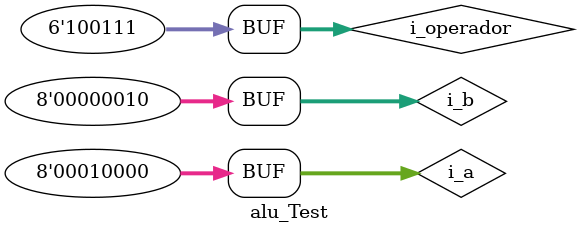
<source format=v>
module alu_Test;
    // Inputs
    reg [7:0] i_a;
    reg [7:0] i_b;
    reg [5:0] i_operador;
    // Outputs
    wire [7:0] o_resultado;
    // Instantiate the Unit Under Test (UUT)
    alu uut (
        .resultado(o_resultado),
        .dato_A(i_a),
        .dato_B(i_b),
        .op(i_operador)
    );

    initial begin
        // Initialize Inputs
        i_a = 0;
        i_b = 0;
        i_operador = 0;
        // Wait 100 ns for global reset to finish
        #10;     
        // Add stimulus here
        /*
        SUMA
        */
        i_a = 8'b00010000;
        i_b = 8'b00000010;
        i_operador = 6'b100000;     
        /*
        RESTA
        */
        #10;
        i_a = 8'b00010000;
        i_b = 8'b00000010;
        i_operador = 6'b100010;     
        /*
        AND
        */
        #10;
        i_a = 8'b00010000;
        i_b = 8'b00000010;
        i_operador = 6'b100100;

        /*
        OR
        */
        #10;
        i_a = 8'b00010000;
        i_b = 8'b00000010;
        i_operador = 6'b100101;     
        /*
        XOR
        */
        #10;
        i_a = 8'b00010000;
        i_b = 8'b00000010;
        i_operador = 6'b100110;
        /*
        SRA
        */
        #10;
        i_a = 8'b10010000;
        i_b = 8'b00000010;
        i_operador = 6'b000011;     
        /*
        SRL
        */
        #10;
        i_a = 8'b10010000;
        i_b = 8'b00000010;
        i_operador = 6'b000010;     
        /*
        NOR
        */
        #10;
        i_a = 8'b00010000;
        i_b = 8'b00000010;
        i_operador = 6'b100111;
        
        
    end
      
endmodule

</source>
